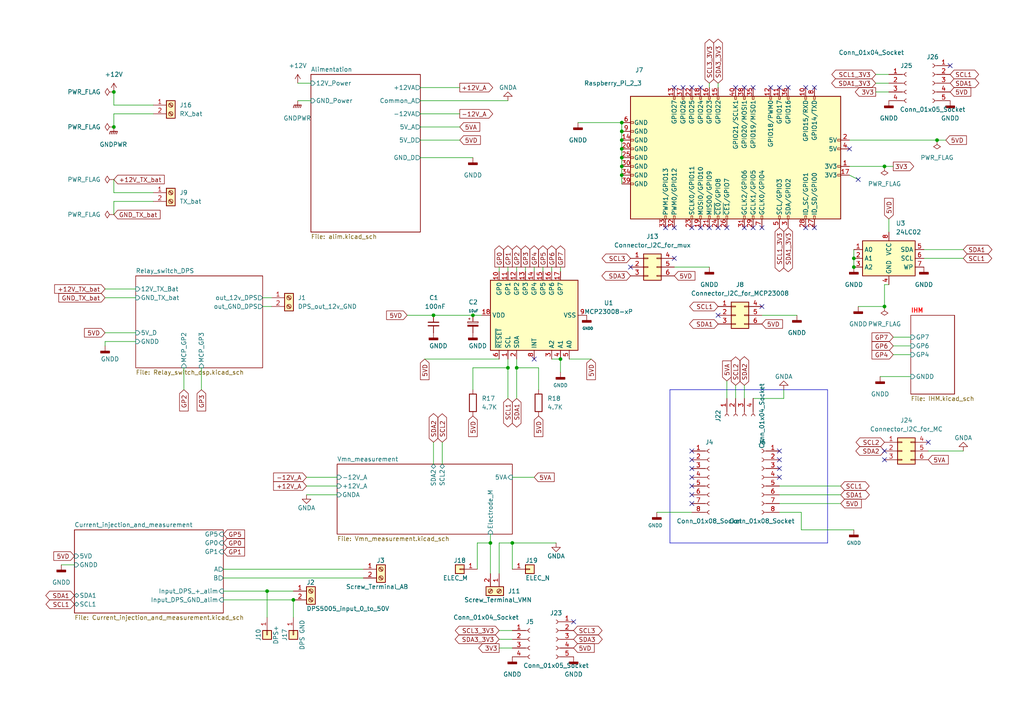
<source format=kicad_sch>
(kicad_sch (version 20230121) (generator eeschema)
  (paper "A4")
  (title_block (title "Ohmpi_measurement_board") (company "OhmPi team"))
  (lib_symbols
    (symbol "+12V_1" (power) (pin_names (offset 0))
      (property "Value" "+12V_1" (at 0 3.556 0))
      (symbol "+12V_1_1_1"
        (pin power_in line (at 0 0 90) (length 0) hide (name "+12V") (number "1"))
      )
    )
    (symbol "Connector:Conn_01x04_Socket" (pin_names (offset 1.016) hide)
      (property "Reference" "J" (at 0 5.08 0))
      (property "Value" "Conn_01x04_Socket" (at 0 -7.62 0))
      (symbol "Conn_01x04_Socket_1_1"
        (pin passive line (at -5.08 2.54 0) (length 3.81) (name "Pin_1") (number "1"))
        (pin passive line (at -5.08 0 0) (length 3.81) (name "Pin_2") (number "2"))
        (pin passive line (at -5.08 -2.54 0) (length 3.81) (name "Pin_3") (number "3"))
        (pin passive line (at -5.08 -5.08 0) (length 3.81) (name "Pin_4") (number "4"))
      )
    )
    (symbol "Connector:Conn_01x05_Socket" (pin_names (offset 1.016) hide)
      (property "Reference" "J" (at 0 7.62 0))
      (property "Value" "Conn_01x05_Socket" (at 0 -7.62 0))
      (symbol "Conn_01x05_Socket_1_1"
        (pin passive line (at -5.08 5.08 0) (length 3.81) (name "Pin_1") (number "1"))
        (pin passive line (at -5.08 2.54 0) (length 3.81) (name "Pin_2") (number "2"))
        (pin passive line (at -5.08 0 0) (length 3.81) (name "Pin_3") (number "3"))
        (pin passive line (at -5.08 -2.54 0) (length 3.81) (name "Pin_4") (number "4"))
        (pin passive line (at -5.08 -5.08 0) (length 3.81) (name "Pin_5") (number "5"))
      )
    )
    (symbol "Connector:Conn_01x08_Socket" (pin_names (offset 1.016) hide)
      (property "Reference" "J" (at 0 10.16 0))
      (property "Value" "Conn_01x08_Socket" (at 0 -12.7 0))
      (symbol "Conn_01x08_Socket_1_1"
        (pin passive line (at -5.08 7.62 0) (length 3.81) (name "Pin_1") (number "1"))
        (pin passive line (at -5.08 5.08 0) (length 3.81) (name "Pin_2") (number "2"))
        (pin passive line (at -5.08 2.54 0) (length 3.81) (name "Pin_3") (number "3"))
        (pin passive line (at -5.08 0 0) (length 3.81) (name "Pin_4") (number "4"))
        (pin passive line (at -5.08 -2.54 0) (length 3.81) (name "Pin_5") (number "5"))
        (pin passive line (at -5.08 -5.08 0) (length 3.81) (name "Pin_6") (number "6"))
        (pin passive line (at -5.08 -7.62 0) (length 3.81) (name "Pin_7") (number "7"))
        (pin passive line (at -5.08 -10.16 0) (length 3.81) (name "Pin_8") (number "8"))
      )
    )
    (symbol "Connector:Raspberry_Pi_2_3" (pin_names (offset 1.016))
      (property "Reference" "J" (at -17.78 31.75 0))
      (property "Value" "Raspberry_Pi_2_3" (at 10.16 -31.75 0))
      (symbol "Raspberry_Pi_2_3_1_1"
        (pin power_in line (at 2.54 33.02 270) (length 2.54) (name "3V3") (number "1"))
        (pin bidirectional line (at -20.32 20.32 0) (length 2.54) (name "GPIO15/RXD") (number "10"))
        (pin bidirectional line (at -20.32 12.7 0) (length 2.54) (name "GPIO17") (number "11"))
        (pin bidirectional line (at -20.32 10.16 0) (length 2.54) (name "GPIO18/PWM0") (number "12"))
        (pin bidirectional line (at -20.32 -17.78 0) (length 2.54) (name "GPIO27") (number "13"))
        (pin power_in line (at -5.08 -33.02 90) (length 2.54) (name "GND") (number "14"))
        (pin bidirectional line (at -20.32 -5.08 0) (length 2.54) (name "GPIO22") (number "15"))
        (pin bidirectional line (at -20.32 -7.62 0) (length 2.54) (name "GPIO23") (number "16"))
        (pin power_in line (at 5.08 33.02 270) (length 2.54) (name "3V3") (number "17"))
        (pin bidirectional line (at -20.32 -10.16 0) (length 2.54) (name "GPIO24") (number "18"))
        (pin bidirectional line (at 20.32 -10.16 180) (length 2.54) (name "MOSI0/GPIO10") (number "19"))
        (pin power_in line (at -5.08 33.02 270) (length 2.54) (name "5V") (number "2"))
        (pin power_in line (at -2.54 -33.02 90) (length 2.54) (name "GND") (number "20"))
        (pin bidirectional line (at 20.32 -7.62 180) (length 2.54) (name "MISO0/GPIO9") (number "21"))
        (pin bidirectional line (at -20.32 -12.7 0) (length 2.54) (name "GPIO25") (number "22"))
        (pin bidirectional line (at 20.32 -12.7 180) (length 2.54) (name "SCLK0/GPIO11") (number "23"))
        (pin bidirectional line (at 20.32 -5.08 180) (length 2.54) (name "~{CE0}/GPIO8") (number "24"))
        (pin power_in line (at 0 -33.02 90) (length 2.54) (name "GND") (number "25"))
        (pin bidirectional line (at 20.32 -2.54 180) (length 2.54) (name "~{CE1}/GPIO7") (number "26"))
        (pin bidirectional line (at 20.32 22.86 180) (length 2.54) (name "ID_SD/GPIO0") (number "27"))
        (pin bidirectional line (at 20.32 20.32 180) (length 2.54) (name "ID_SC/GPIO1") (number "28"))
        (pin bidirectional line (at 20.32 5.08 180) (length 2.54) (name "GCLK1/GPIO5") (number "29"))
        (pin bidirectional line (at 20.32 15.24 180) (length 2.54) (name "SDA/GPIO2") (number "3"))
        (pin power_in line (at 2.54 -33.02 90) (length 2.54) (name "GND") (number "30"))
        (pin bidirectional line (at 20.32 2.54 180) (length 2.54) (name "GCLK2/GPIO6") (number "31"))
        (pin bidirectional line (at 20.32 -17.78 180) (length 2.54) (name "PWM0/GPIO12") (number "32"))
        (pin bidirectional line (at 20.32 -20.32 180) (length 2.54) (name "PWM1/GPIO13") (number "33"))
        (pin power_in line (at 5.08 -33.02 90) (length 2.54) (name "GND") (number "34"))
        (pin bidirectional line (at -20.32 5.08 0) (length 2.54) (name "GPIO19/MISO1") (number "35"))
        (pin bidirectional line (at -20.32 15.24 0) (length 2.54) (name "GPIO16") (number "36"))
        (pin bidirectional line (at -20.32 -15.24 0) (length 2.54) (name "GPIO26") (number "37"))
        (pin bidirectional line (at -20.32 2.54 0) (length 2.54) (name "GPIO20/MOSI1") (number "38"))
        (pin power_in line (at 7.62 -33.02 90) (length 2.54) (name "GND") (number "39"))
        (pin power_in line (at -2.54 33.02 270) (length 2.54) (name "5V") (number "4"))
        (pin bidirectional line (at -20.32 0 0) (length 2.54) (name "GPIO21/SCLK1") (number "40"))
        (pin bidirectional line (at 20.32 12.7 180) (length 2.54) (name "SCL/GPIO3") (number "5"))
        (pin power_in line (at -10.16 -33.02 90) (length 2.54) (name "GND") (number "6"))
        (pin bidirectional line (at 20.32 7.62 180) (length 2.54) (name "GCLK0/GPIO4") (number "7"))
        (pin bidirectional line (at -20.32 22.86 0) (length 2.54) (name "GPIO14/TXD") (number "8"))
        (pin power_in line (at -7.62 -33.02 90) (length 2.54) (name "GND") (number "9"))
      )
    )
    (symbol "Connector:Screw_Terminal_01x02" (pin_names (offset 1.016) hide)
      (property "Reference" "J" (at 0 2.54 0))
      (property "Value" "Screw_Terminal_01x02" (at 0 -5.08 0))
      (symbol "Screw_Terminal_01x02_1_1"
        (pin passive line (at -5.08 0 0) (length 3.81) (name "Pin_1") (number "1"))
        (pin passive line (at -5.08 -2.54 0) (length 3.81) (name "Pin_2") (number "2"))
      )
    )
    (symbol "Connector_Generic:Conn_01x01" (pin_names (offset 1.016) hide)
      (property "Reference" "J" (at 0 2.54 0))
      (property "Value" "Conn_01x01" (at 0 -2.54 0))
      (symbol "Conn_01x01_1_1"
        (pin passive line (at -5.08 0 0) (length 3.81) (name "Pin_1") (number "1"))
      )
    )
    (symbol "Connector_Generic:Conn_02x03_Top_Bottom" (pin_names (offset 1.016) hide)
      (property "Reference" "J" (at 1.27 5.08 0))
      (property "Value" "Conn_02x03_Top_Bottom" (at 1.27 -5.08 0))
      (symbol "Conn_02x03_Top_Bottom_1_1"
        (pin passive line (at -5.08 2.54 0) (length 3.81) (name "Pin_1") (number "1"))
        (pin passive line (at -5.08 0 0) (length 3.81) (name "Pin_2") (number "2"))
        (pin passive line (at -5.08 -2.54 0) (length 3.81) (name "Pin_3") (number "3"))
        (pin passive line (at 7.62 2.54 180) (length 3.81) (name "Pin_4") (number "4"))
        (pin passive line (at 7.62 0 180) (length 3.81) (name "Pin_5") (number "5"))
        (pin passive line (at 7.62 -2.54 180) (length 3.81) (name "Pin_6") (number "6"))
      )
    )
    (symbol "Device:C_Polarized_Small" (pin_numbers hide) (pin_names (offset 0.254) hide)
      (property "Reference" "C" (at 0.254 1.778 0))
      (property "Value" "C_Polarized_Small" (at 0.254 -2.032 0))
      (symbol "C_Polarized_Small_1_1"
        (pin passive line (at 0 2.54 270) (length 1.8542) (name "~") (number "1"))
        (pin passive line (at 0 -2.54 90) (length 1.8542) (name "~") (number "2"))
      )
    )
    (symbol "Device:C_Small" (pin_numbers hide) (pin_names (offset 0.254) hide)
      (property "Reference" "C" (at 0.254 1.778 0))
      (property "Value" "C_Small" (at 0.254 -2.032 0))
      (symbol "C_Small_1_1"
        (pin passive line (at 0 2.54 270) (length 2.032) (name "~") (number "1"))
        (pin passive line (at 0 -2.54 90) (length 2.032) (name "~") (number "2"))
      )
    )
    (symbol "Device:R" (pin_numbers hide) (pin_names (offset 0))
      (property "Reference" "R" (at 2.032 0 90))
      (property "Value" "R" (at 0 0 90))
      (symbol "R_1_1"
        (pin passive line (at 0 3.81 270) (length 1.27) (name "~") (number "1"))
        (pin passive line (at 0 -3.81 90) (length 1.27) (name "~") (number "2"))
      )
    )
    (symbol "GNDA_1" (power) (pin_names (offset 0))
      (property "Value" "GNDA_1" (at 0 -3.81 0))
      (symbol "GNDA_1_1_1"
        (pin power_in line (at 0 0 270) (length 0) hide (name "GNDA") (number "1"))
      )
    )
    (symbol "GNDA_2" (power) (pin_names (offset 0))
      (property "Value" "GNDA_2" (at 0 -3.81 0))
      (symbol "GNDA_2_1_1"
        (pin power_in line (at 0 0 270) (length 0) hide (name "GNDA") (number "1"))
      )
    )
    (symbol "GNDA_3" (power) (pin_names (offset 0))
      (property "Value" "GNDA_3" (at 0 -3.81 0))
      (symbol "GNDA_3_1_1"
        (pin power_in line (at 0 0 270) (length 0) hide (name "GNDA") (number "1"))
      )
    )
    (symbol "GNDA_4" (power) (pin_names (offset 0))
      (property "Value" "GNDA_4" (at 0 -3.81 0))
      (symbol "GNDA_4_1_1"
        (pin power_in line (at 0 0 270) (length 0) hide (name "GNDA") (number "1"))
      )
    )
    (symbol "GNDD_1" (power) (pin_names (offset 0))
      (property "Value" "GNDD_1" (at 0 -3.175 0))
      (symbol "GNDD_1_1_1"
        (pin power_in line (at 0 0 270) (length 0) hide (name "GNDD") (number "1"))
      )
    )
    (symbol "GNDD_10" (power) (pin_names (offset 0))
      (property "Value" "GNDD_10" (at 0 -3.175 0))
      (symbol "GNDD_10_1_1"
        (pin power_in line (at 0 0 270) (length 0) hide (name "GNDD") (number "1"))
      )
    )
    (symbol "GNDD_2" (power) (pin_names (offset 0))
      (property "Value" "GNDD_2" (at 0 -3.175 0))
      (symbol "GNDD_2_1_1"
        (pin power_in line (at 0 0 270) (length 0) hide (name "GNDD") (number "1"))
      )
    )
    (symbol "GNDD_3" (power) (pin_names (offset 0))
      (property "Value" "GNDD_3" (at 0 -3.175 0))
      (symbol "GNDD_3_1_1"
        (pin power_in line (at 0 0 270) (length 0) hide (name "GNDD") (number "1"))
      )
    )
    (symbol "GNDD_4" (power) (pin_names (offset 0))
      (property "Value" "GNDD_4" (at 0 -3.175 0))
      (symbol "GNDD_4_1_1"
        (pin power_in line (at 0 0 270) (length 0) hide (name "GNDD") (number "1"))
      )
    )
    (symbol "GNDD_5" (power) (pin_names (offset 0))
      (property "Value" "GNDD_5" (at 0 -3.175 0))
      (symbol "GNDD_5_1_1"
        (pin power_in line (at 0 0 270) (length 0) hide (name "GNDD") (number "1"))
      )
    )
    (symbol "GNDD_6" (power) (pin_names (offset 0))
      (property "Value" "GNDD_6" (at 0 -3.175 0))
      (symbol "GNDD_6_1_1"
        (pin power_in line (at 0 0 270) (length 0) hide (name "GNDD") (number "1"))
      )
    )
    (symbol "GNDD_7" (power) (pin_names (offset 0))
      (property "Value" "GNDD_7" (at 0 -3.175 0))
      (symbol "GNDD_7_1_1"
        (pin power_in line (at 0 0 270) (length 0) hide (name "GNDD") (number "1"))
      )
    )
    (symbol "GNDD_8" (power) (pin_names (offset 0))
      (property "Value" "GNDD_8" (at 0 -3.175 0))
      (symbol "GNDD_8_1_1"
        (pin power_in line (at 0 0 270) (length 0) hide (name "GNDD") (number "1"))
      )
    )
    (symbol "GNDD_9" (power) (pin_names (offset 0))
      (property "Value" "GNDD_9" (at 0 -3.175 0))
      (symbol "GNDD_9_1_1"
        (pin power_in line (at 0 0 270) (length 0) hide (name "GNDD") (number "1"))
      )
    )
    (symbol "GNDPWR_1" (power) (pin_names (offset 0))
      (property "Value" "GNDPWR_1" (at 0 -3.302 0))
      (symbol "GNDPWR_1_1_1"
        (pin power_in line (at 0 0 270) (length 0) hide (name "GNDPWR") (number "1"))
      )
    )
    (symbol "Interface_Expansion:MCP23008-xP"
      (property "Reference" "U" (at -8.89 13.97 0))
      (property "Value" "MCP23008-xP" (at 8.89 13.97 0))
      (symbol "MCP23008-xP_1_1"
        (pin input line (at -12.7 7.62 0) (length 2.54) (name "SCL") (number "1"))
        (pin bidirectional line (at 12.7 10.16 180) (length 2.54) (name "GP0") (number "10"))
        (pin bidirectional line (at 12.7 7.62 180) (length 2.54) (name "GP1") (number "11"))
        (pin bidirectional line (at 12.7 5.08 180) (length 2.54) (name "GP2") (number "12"))
        (pin bidirectional line (at 12.7 2.54 180) (length 2.54) (name "GP3") (number "13"))
        (pin bidirectional line (at 12.7 0 180) (length 2.54) (name "GP4") (number "14"))
        (pin bidirectional line (at 12.7 -2.54 180) (length 2.54) (name "GP5") (number "15"))
        (pin bidirectional line (at 12.7 -5.08 180) (length 2.54) (name "GP6") (number "16"))
        (pin bidirectional line (at 12.7 -7.62 180) (length 2.54) (name "GP7") (number "17"))
        (pin power_in line (at 0 15.24 270) (length 2.54) (name "VDD") (number "18"))
        (pin bidirectional line (at -12.7 5.08 0) (length 2.54) (name "SDA") (number "2"))
        (pin input line (at -12.7 -5.08 0) (length 2.54) (name "A2") (number "3"))
        (pin input line (at -12.7 -7.62 0) (length 2.54) (name "A1") (number "4"))
        (pin input line (at -12.7 -10.16 0) (length 2.54) (name "A0") (number "5"))
        (pin input line (at -12.7 10.16 0) (length 2.54) (name "~{RESET}") (number "6"))
        (pin no_connect line (at -10.16 -2.54 0) (length 2.54) hide (name "NC") (number "7"))
        (pin output line (at -12.7 0 0) (length 2.54) (name "INT") (number "8"))
        (pin power_in line (at 0 -15.24 90) (length 2.54) (name "VSS") (number "9"))
      )
    )
    (symbol "Memory_EEPROM:24LC02"
      (property "Reference" "U" (at -6.35 6.35 0))
      (property "Value" "24LC02" (at 1.27 6.35 0))
      (symbol "24LC02_1_1"
        (pin input line (at -10.16 2.54 0) (length 2.54) (name "A0") (number "1"))
        (pin input line (at -10.16 0 0) (length 2.54) (name "A1") (number "2"))
        (pin input line (at -10.16 -2.54 0) (length 2.54) (name "A2") (number "3"))
        (pin power_in line (at 0 -7.62 90) (length 2.54) (name "GND") (number "4"))
        (pin bidirectional line (at 10.16 2.54 180) (length 2.54) (name "SDA") (number "5"))
        (pin input line (at 10.16 0 180) (length 2.54) (name "SCL") (number "6"))
        (pin input line (at 10.16 -2.54 180) (length 2.54) (name "WP") (number "7"))
        (pin power_in line (at 0 7.62 270) (length 2.54) (name "VCC") (number "8"))
      )
    )
    (symbol "PWR_FLAG_1" (power) (pin_numbers hide) (pin_names (offset 0) hide)
      (property "Value" "PWR_FLAG_1" (at 0 3.81 0))
      (symbol "PWR_FLAG_1_0_0"
        (pin power_out line (at 0 0 90) (length 0) (name "pwr") (number "1"))
      )
    )
    (symbol "PWR_FLAG_2" (power) (pin_numbers hide) (pin_names (offset 0) hide)
      (property "Value" "PWR_FLAG_2" (at 0 3.81 0))
      (symbol "PWR_FLAG_2_0_0"
        (pin power_out line (at 0 0 90) (length 0) (name "pwr") (number "1"))
      )
    )
    (symbol "power:+12V" (power) (pin_names (offset 0))
      (property "Value" "+12V" (at 0 3.556 0))
      (symbol "+12V_1_1"
        (pin power_in line (at 0 0 90) (length 0) hide (name "+12V") (number "1"))
      )
    )
    (symbol "power:GNDA" (power) (pin_names (offset 0))
      (property "Value" "GNDA" (at 0 -3.81 0))
      (symbol "GNDA_1_1"
        (pin power_in line (at 0 0 270) (length 0) hide (name "GNDA") (number "1"))
      )
    )
    (symbol "power:GNDD" (power) (pin_names (offset 0))
      (property "Value" "GNDD" (at 0 -3.175 0))
      (symbol "GNDD_1_1"
        (pin power_in line (at 0 0 270) (length 0) hide (name "GNDD") (number "1"))
      )
    )
    (symbol "power:GNDPWR" (power) (pin_names (offset 0))
      (property "Value" "GNDPWR" (at 0 -3.302 0))
      (symbol "GNDPWR_1_1"
        (pin power_in line (at 0 0 270) (length 0) hide (name "GNDPWR") (number "1"))
      )
    )
    (symbol "power:PWR_FLAG" (power) (pin_numbers hide) (pin_names (offset 0) hide)
      (property "Value" "PWR_FLAG" (at 0 3.81 0))
      (symbol "PWR_FLAG_0_0"
        (pin power_out line (at 0 0 90) (length 0) (name "pwr") (number "1"))
      )
    )
  )
  (junction (at 180.34 45.72))
  (junction (at 149.86 106.68))
  (junction (at 85.09 173.99))
  (junction (at 256.54 48.26))
  (junction (at 125.73 91.44))
  (junction (at 256.54 88.9))
  (junction (at 148.59 157.48))
  (junction (at 180.34 40.64))
  (junction (at 137.16 91.44))
  (junction (at 180.34 38.1))
  (junction (at 247.65 74.93))
  (junction (at 33.02 36.83))
  (junction (at 180.34 48.26))
  (junction (at 162.56 104.14))
  (junction (at 33.02 26.67))
  (junction (at 247.65 77.47))
  (junction (at 77.47 171.45))
  (junction (at 180.34 50.8))
  (junction (at 180.34 35.56))
  (junction (at 271.78 40.64))
  (junction (at 180.34 43.18))
  (junction (at 142.24 157.48))
  (junction (at 147.32 106.68))
  (no_connect (at 200.66 140.97))
  (no_connect (at 200.66 135.89))
  (no_connect (at 200.66 138.43))
  (no_connect (at 200.66 130.81))
  (no_connect (at 200.66 133.35))
  (no_connect (at 200.66 143.51))
  (no_connect (at 200.66 146.05))
  (no_connect (at 154.94 104.14))
  (no_connect (at 269.24 128.27))
  (no_connect (at 248.92 52.07))
  (no_connect (at 246.38 43.18))
  (no_connect (at 182.88 77.47))
  (no_connect (at 195.58 74.93))
  (no_connect (at 256.54 130.81))
  (no_connect (at 275.59 19.05))
  (no_connect (at 166.37 180.34))
  (no_connect (at 220.98 88.9))
  (no_connect (at 208.28 91.44))
  (no_connect (at 226.06 138.43))
  (no_connect (at 226.06 130.81))
  (no_connect (at 226.06 133.35))
  (no_connect (at 226.06 135.89))
  (no_connect (at 223.52 25.4))
  (no_connect (at 226.06 25.4))
  (no_connect (at 228.6 25.4))
  (no_connect (at 233.68 25.4))
  (no_connect (at 236.22 25.4))
  (no_connect (at 195.58 25.4))
  (no_connect (at 198.12 25.4))
  (no_connect (at 200.66 25.4))
  (no_connect (at 203.2 25.4))
  (no_connect (at 213.36 25.4))
  (no_connect (at 215.9 25.4))
  (no_connect (at 218.44 25.4))
  (no_connect (at 233.68 66.04))
  (no_connect (at 236.22 66.04))
  (no_connect (at 210.82 66.04))
  (no_connect (at 215.9 66.04))
  (no_connect (at 218.44 66.04))
  (no_connect (at 220.98 66.04))
  (no_connect (at 200.66 66.04))
  (no_connect (at 203.2 66.04))
  (no_connect (at 205.74 66.04))
  (no_connect (at 208.28 66.04))
  (no_connect (at 195.58 66.04))
  (no_connect (at 193.04 66.04))
  (no_connect (at 256.54 133.35))
  (wire (pts (xy 267.97 72.39) (xy 279.4 72.39)))
  (wire (pts (xy 138.43 157.48) (xy 138.43 165.1)))
  (wire (pts (xy 44.45 58.42) (xy 33.02 58.42)))
  (wire (pts (xy 208.28 24.13) (xy 208.28 25.4)))
  (wire (pts (xy 33.02 55.88) (xy 33.02 52.07)))
  (wire (pts (xy 121.92 40.64) (xy 133.35 40.64)))
  (wire (pts (xy 267.97 74.93) (xy 279.4 74.93)))
  (wire (pts (xy 148.59 157.48) (xy 144.78 157.48)))
  (wire (pts (xy 147.32 106.68) (xy 147.32 104.14)))
  (wire (pts (xy 33.02 58.42) (xy 33.02 62.23)))
  (wire (pts (xy 53.34 106.68) (xy 53.34 113.03)))
  (wire (pts (xy 44.45 30.48) (xy 33.02 30.48)))
  (polyline (pts (xy 194.31 157.48) (xy 240.03 157.48)))
  (wire (pts (xy 64.77 171.45) (xy 77.47 171.45)))
  (polyline (pts (xy 194.31 113.03) (xy 240.03 113.03)))
  (wire (pts (xy 30.48 99.06) (xy 30.48 100.33)))
  (wire (pts (xy 220.98 91.44) (xy 231.14 91.44)))
  (wire (pts (xy 247.65 74.93) (xy 247.65 77.47)))
  (wire (pts (xy 247.65 153.67) (xy 232.41 153.67)))
  (wire (pts (xy 144.78 77.47) (xy 144.78 78.74)))
  (wire (pts (xy 190.5 148.59) (xy 200.66 148.59)))
  (wire (pts (xy 180.34 50.8) (xy 180.34 53.34)))
  (wire (pts (xy 30.48 96.52) (xy 39.37 96.52)))
  (wire (pts (xy 226.06 146.05) (xy 243.84 146.05)))
  (wire (pts (xy 144.78 182.88) (xy 148.59 182.88)))
  (wire (pts (xy 33.02 30.48) (xy 33.02 26.67)))
  (wire (pts (xy 162.56 107.95) (xy 162.56 104.14)))
  (wire (pts (xy 274.32 40.64) (xy 271.78 40.64)))
  (wire (pts (xy 64.77 165.1) (xy 105.41 165.1)))
  (wire (pts (xy 121.92 36.83) (xy 133.35 36.83)))
  (wire (pts (xy 254 24.13) (xy 257.81 24.13)))
  (wire (pts (xy 86.36 24.13) (xy 90.17 24.13)))
  (wire (pts (xy 254 26.67) (xy 257.81 26.67)))
  (polyline (pts (xy 240.03 157.48) (xy 240.03 113.03)))
  (wire (pts (xy 156.21 113.03) (xy 156.21 106.68)))
  (wire (pts (xy 160.02 77.47) (xy 160.02 78.74)))
  (wire (pts (xy 147.32 77.47) (xy 147.32 78.74)))
  (wire (pts (xy 121.92 45.72) (xy 137.16 45.72)))
  (wire (pts (xy 77.47 171.45) (xy 77.47 179.07)))
  (wire (pts (xy 167.64 35.56) (xy 180.34 35.56)))
  (wire (pts (xy 256.54 88.9) (xy 248.92 88.9)))
  (wire (pts (xy 118.11 91.44) (xy 125.73 91.44)))
  (wire (pts (xy 247.65 72.39) (xy 247.65 74.93)))
  (wire (pts (xy 154.94 77.47) (xy 154.94 78.74)))
  (wire (pts (xy 39.37 99.06) (xy 30.48 99.06)))
  (wire (pts (xy 180.34 45.72) (xy 180.34 48.26)))
  (wire (pts (xy 137.16 106.68) (xy 147.32 106.68)))
  (wire (pts (xy 257.81 63.5) (xy 257.81 67.31)))
  (wire (pts (xy 30.48 86.36) (xy 39.37 86.36)))
  (wire (pts (xy 226.06 140.97) (xy 243.84 140.97)))
  (wire (pts (xy 144.78 187.96) (xy 148.59 187.96)))
  (wire (pts (xy 88.9 140.97) (xy 97.79 140.97)))
  (wire (pts (xy 157.48 77.47) (xy 157.48 78.74)))
  (wire (pts (xy 226.06 143.51) (xy 243.84 143.51)))
  (wire (pts (xy 85.09 173.99) (xy 85.09 179.07)))
  (wire (pts (xy 148.59 138.43) (xy 154.94 138.43)))
  (wire (pts (xy 30.48 83.82) (xy 39.37 83.82)))
  (wire (pts (xy 269.24 130.81) (xy 279.4 130.81)))
  (wire (pts (xy 128.27 128.27) (xy 128.27 134.62)))
  (wire (pts (xy 121.92 25.4) (xy 133.35 25.4)))
  (wire (pts (xy 256.54 88.9) (xy 256.54 82.55)))
  (wire (pts (xy 148.59 157.48) (xy 148.59 165.1)))
  (wire (pts (xy 88.9 138.43) (xy 97.79 138.43)))
  (wire (pts (xy 180.34 35.56) (xy 180.34 38.1)))
  (wire (pts (xy 125.73 128.27) (xy 125.73 134.62)))
  (wire (pts (xy 213.36 111.76) (xy 213.36 115.57)))
  (wire (pts (xy 123.19 104.14) (xy 144.78 104.14)))
  (wire (pts (xy 64.77 173.99) (xy 85.09 173.99)))
  (wire (pts (xy 218.44 115.57) (xy 227.33 115.57)))
  (wire (pts (xy 147.32 115.57) (xy 147.32 106.68)))
  (wire (pts (xy 256.54 82.55) (xy 257.81 82.55)))
  (wire (pts (xy 259.08 97.79) (xy 264.16 97.79)))
  (wire (pts (xy 121.92 29.21) (xy 147.32 29.21)))
  (wire (pts (xy 44.45 33.02) (xy 33.02 33.02)))
  (wire (pts (xy 180.34 38.1) (xy 180.34 40.64)))
  (wire (pts (xy 149.86 115.57) (xy 149.86 106.68)))
  (wire (pts (xy 259.08 100.33) (xy 264.16 100.33)))
  (wire (pts (xy 162.56 77.47) (xy 162.56 78.74)))
  (wire (pts (xy 76.2 88.9) (xy 78.74 88.9)))
  (wire (pts (xy 161.29 157.48) (xy 148.59 157.48)))
  (wire (pts (xy 64.77 167.64) (xy 105.41 167.64)))
  (wire (pts (xy 142.24 157.48) (xy 142.24 166.37)))
  (wire (pts (xy 137.16 113.03) (xy 137.16 106.68)))
  (wire (pts (xy 255.27 109.22) (xy 264.16 109.22)))
  (wire (pts (xy 259.08 102.87) (xy 264.16 102.87)))
  (wire (pts (xy 210.82 110.49) (xy 210.82 115.57)))
  (wire (pts (xy 180.34 43.18) (xy 180.34 45.72)))
  (wire (pts (xy 226.06 148.59) (xy 232.41 148.59)))
  (wire (pts (xy 246.38 48.26) (xy 256.54 48.26)))
  (wire (pts (xy 180.34 48.26) (xy 180.34 50.8)))
  (wire (pts (xy 44.45 55.88) (xy 33.02 55.88)))
  (wire (pts (xy 149.86 106.68) (xy 149.86 104.14)))
  (wire (pts (xy 86.36 29.21) (xy 90.17 29.21)))
  (wire (pts (xy 142.24 154.94) (xy 142.24 157.48)))
  (wire (pts (xy 77.47 171.45) (xy 85.09 171.45)))
  (wire (pts (xy 227.33 115.57) (xy 227.33 113.03)))
  (wire (pts (xy 144.78 157.48) (xy 144.78 166.37)))
  (wire (pts (xy 149.86 77.47) (xy 149.86 78.74)))
  (wire (pts (xy 137.16 91.44) (xy 139.7 91.44)))
  (wire (pts (xy 152.4 77.47) (xy 152.4 78.74)))
  (wire (pts (xy 165.1 104.14) (xy 171.45 104.14)))
  (wire (pts (xy 180.34 40.64) (xy 180.34 43.18)))
  (wire (pts (xy 17.78 163.83) (xy 21.59 163.83)))
  (wire (pts (xy 205.74 24.13) (xy 205.74 25.4)))
  (wire (pts (xy 125.73 91.44) (xy 137.16 91.44)))
  (wire (pts (xy 215.9 111.76) (xy 215.9 115.57)))
  (wire (pts (xy 160.02 104.14) (xy 162.56 104.14)))
  (wire (pts (xy 33.02 33.02) (xy 33.02 36.83)))
  (wire (pts (xy 254 21.59) (xy 257.81 21.59)))
  (wire (pts (xy 142.24 157.48) (xy 138.43 157.48)))
  (wire (pts (xy 121.92 33.02) (xy 133.35 33.02)))
  (wire (pts (xy 248.92 52.07) (xy 246.38 50.8)))
  (wire (pts (xy 144.78 185.42) (xy 148.59 185.42)))
  (wire (pts (xy 76.2 86.36) (xy 78.74 86.36)))
  (polyline (pts (xy 194.31 113.03) (xy 194.31 157.48)))
  (wire (pts (xy 271.78 40.64) (xy 246.38 40.64)))
  (wire (pts (xy 195.58 77.47) (xy 205.74 77.47)))
  (wire (pts (xy 232.41 153.67) (xy 232.41 148.59)))
  (wire (pts (xy 58.42 106.68) (xy 58.42 113.03)))
  (wire (pts (xy 88.9 143.51) (xy 97.79 143.51)))
  (wire (pts (xy 156.21 106.68) (xy 149.86 106.68)))
  (wire (pts (xy 256.54 48.26) (xy 259.08 48.26)))
  (global_label "GP7" (shape input) (at 259.08 97.79 180) (property "Intersheetrefs" "${INTERSHEET_REFS}" (effects hide)))
  (global_label "SCL1" (shape bidirectional) (at 21.59 175.26 180) (property "Intersheetrefs" "${INTERSHEET_REFS}" (effects hide)))
  (global_label "5VA" (shape input) (at 133.35 36.83 0) (property "Intersheetrefs" "${INTERSHEET_REFS}" (effects hide)))
  (global_label "SDA3_3V3" (shape bidirectional) (at 208.28 24.13 90) (property "Intersheetrefs" "${INTERSHEET_REFS}" (effects hide)))
  (global_label "5VA" (shape input) (at 210.82 110.49 90) (property "Intersheetrefs" "${INTERSHEET_REFS}" (effects hide)))
  (global_label "5VD" (shape input) (at 156.21 120.65 270) (property "Intersheetrefs" "${INTERSHEET_REFS}" (effects hide)))
  (global_label "GP4" (shape input) (at 259.08 102.87 180) (property "Intersheetrefs" "${INTERSHEET_REFS}" (effects hide)))
  (global_label "SDA1" (shape bidirectional) (at 149.86 115.57 270) (property "Intersheetrefs" "${INTERSHEET_REFS}" (effects hide)))
  (global_label "3V3" (shape output) (at 259.08 48.26 0) (property "Intersheetrefs" "${INTERSHEET_REFS}" (effects hide)))
  (global_label "SCL2" (shape bidirectional) (at 213.36 111.76 90) (property "Intersheetrefs" "${INTERSHEET_REFS}" (effects hide)))
  (global_label "GP3" (shape input) (at 58.42 113.03 270) (property "Intersheetrefs" "${INTERSHEET_REFS}" (effects hide)))
  (global_label "SDA3" (shape bidirectional) (at 166.37 185.42 0) (property "Intersheetrefs" "${INTERSHEET_REFS}" (effects hide)))
  (global_label "-12V_A" (shape output) (at 133.35 33.02 0) (property "Intersheetrefs" "${INTERSHEET_REFS}" (effects hide)))
  (global_label "SDA2" (shape bidirectional) (at 256.54 130.81 180) (property "Intersheetrefs" "${INTERSHEET_REFS}" (effects hide)))
  (global_label "GND_TX_bat" (shape input) (at 33.02 62.23 0) (property "Intersheetrefs" "${INTERSHEET_REFS}" (effects hide)))
  (global_label "SCL2" (shape bidirectional) (at 128.27 128.27 90) (property "Intersheetrefs" "${INTERSHEET_REFS}" (effects hide)))
  (global_label "5VD" (shape input) (at 166.37 187.96 0) (property "Intersheetrefs" "${INTERSHEET_REFS}" (effects hide)))
  (global_label "3V3" (shape output) (at 144.78 187.96 180) (property "Intersheetrefs" "${INTERSHEET_REFS}" (effects hide)))
  (global_label "SCL1" (shape bidirectional) (at 275.59 21.59 0) (property "Intersheetrefs" "${INTERSHEET_REFS}" (effects hide)))
  (global_label "SDA1" (shape bidirectional) (at 21.59 172.72 180) (property "Intersheetrefs" "${INTERSHEET_REFS}" (effects hide)))
  (global_label "SDA1_3V3" (shape bidirectional) (at 228.6 66.04 270) (property "Intersheetrefs" "${INTERSHEET_REFS}" (effects hide)))
  (global_label "SDA2" (shape bidirectional) (at 215.9 111.76 90) (property "Intersheetrefs" "${INTERSHEET_REFS}" (effects hide)))
  (global_label "5VD" (shape input) (at 274.32 40.64 0) (property "Intersheetrefs" "${INTERSHEET_REFS}" (effects hide)))
  (global_label "GND_TX_bat" (shape input) (at 30.48 86.36 180) (property "Intersheetrefs" "${INTERSHEET_REFS}" (effects hide)))
  (global_label "5VD" (shape input) (at 220.98 93.98 0) (property "Intersheetrefs" "${INTERSHEET_REFS}" (effects hide)))
  (global_label "GP3" (shape output) (at 152.4 77.47 90) (property "Intersheetrefs" "${INTERSHEET_REFS}" (effects hide)))
  (global_label "5VD" (shape input) (at 30.48 96.52 180) (property "Intersheetrefs" "${INTERSHEET_REFS}" (effects hide)))
  (global_label "5VD" (shape input) (at 137.16 120.65 270) (property "Intersheetrefs" "${INTERSHEET_REFS}" (effects hide)))
  (global_label "GP1" (shape input) (at 64.77 160.02 0) (property "Intersheetrefs" "${INTERSHEET_REFS}" (effects hide)))
  (global_label "GP5" (shape input) (at 64.77 154.94 0) (property "Intersheetrefs" "${INTERSHEET_REFS}" (effects hide)))
  (global_label "SCL3" (shape bidirectional) (at 166.37 182.88 0) (property "Intersheetrefs" "${INTERSHEET_REFS}" (effects hide)))
  (global_label "5VD" (shape input) (at 257.81 63.5 90) (property "Intersheetrefs" "${INTERSHEET_REFS}" (effects hide)))
  (global_label "+12V_TX_bat" (shape input) (at 33.02 52.07 0) (property "Intersheetrefs" "${INTERSHEET_REFS}" (effects hide)))
  (global_label "GP5" (shape output) (at 157.48 77.47 90) (property "Intersheetrefs" "${INTERSHEET_REFS}" (effects hide)))
  (global_label "5VD" (shape input) (at 243.84 146.05 0) (property "Intersheetrefs" "${INTERSHEET_REFS}" (effects hide)))
  (global_label "SCL1_3V3" (shape bidirectional) (at 226.06 66.04 270) (property "Intersheetrefs" "${INTERSHEET_REFS}" (effects hide)))
  (global_label "SCL1" (shape bidirectional) (at 208.28 88.9 180) (property "Intersheetrefs" "${INTERSHEET_REFS}" (effects hide)))
  (global_label "GP6" (shape input) (at 259.08 100.33 180) (property "Intersheetrefs" "${INTERSHEET_REFS}" (effects hide)))
  (global_label "GP2" (shape output) (at 149.86 77.47 90) (property "Intersheetrefs" "${INTERSHEET_REFS}" (effects hide)))
  (global_label "SCL2" (shape bidirectional) (at 256.54 128.27 180) (property "Intersheetrefs" "${INTERSHEET_REFS}" (effects hide)))
  (global_label "GP7" (shape output) (at 162.56 77.47 90) (property "Intersheetrefs" "${INTERSHEET_REFS}" (effects hide)))
  (global_label "5VD" (shape input) (at 171.45 104.14 270) (property "Intersheetrefs" "${INTERSHEET_REFS}" (effects hide)))
  (global_label "5VA" (shape input) (at 269.24 133.35 0) (property "Intersheetrefs" "${INTERSHEET_REFS}" (effects hide)))
  (global_label "SCL1_3V3" (shape bidirectional) (at 254 21.59 180) (property "Intersheetrefs" "${INTERSHEET_REFS}" (effects hide)))
  (global_label "5VD" (shape input) (at 275.59 26.67 0) (property "Intersheetrefs" "${INTERSHEET_REFS}" (effects hide)))
  (global_label "GP0" (shape input) (at 64.77 157.48 0) (property "Intersheetrefs" "${INTERSHEET_REFS}" (effects hide)))
  (global_label "GP0" (shape output) (at 144.78 77.47 90) (property "Intersheetrefs" "${INTERSHEET_REFS}" (effects hide)))
  (global_label "SDA3" (shape bidirectional) (at 182.88 80.01 180) (property "Intersheetrefs" "${INTERSHEET_REFS}" (effects hide)))
  (global_label "SCL3_3V3" (shape bidirectional) (at 205.74 24.13 90) (property "Intersheetrefs" "${INTERSHEET_REFS}" (effects hide)))
  (global_label "5VA" (shape input) (at 154.94 138.43 0) (property "Intersheetrefs" "${INTERSHEET_REFS}" (effects hide)))
  (global_label "5VD" (shape input) (at 123.19 104.14 270) (property "Intersheetrefs" "${INTERSHEET_REFS}" (effects hide)))
  (global_label "GP6" (shape output) (at 160.02 77.47 90) (property "Intersheetrefs" "${INTERSHEET_REFS}" (effects hide)))
  (global_label "SDA3_3V3" (shape bidirectional) (at 144.78 185.42 180) (property "Intersheetrefs" "${INTERSHEET_REFS}" (effects hide)))
  (global_label "SDA2" (shape bidirectional) (at 125.73 128.27 90) (property "Intersheetrefs" "${INTERSHEET_REFS}" (effects hide)))
  (global_label "SDA1" (shape bidirectional) (at 275.59 24.13 0) (property "Intersheetrefs" "${INTERSHEET_REFS}" (effects hide)))
  (global_label "5VD" (shape input) (at 133.35 40.64 0) (property "Intersheetrefs" "${INTERSHEET_REFS}" (effects hide)))
  (global_label "SCL1" (shape bidirectional) (at 243.84 140.97 0) (property "Intersheetrefs" "${INTERSHEET_REFS}" (effects hide)))
  (global_label "SDA1" (shape bidirectional) (at 208.28 93.98 180) (property "Intersheetrefs" "${INTERSHEET_REFS}" (effects hide)))
  (global_label "5VD" (shape input) (at 118.11 91.44 180) (property "Intersheetrefs" "${INTERSHEET_REFS}" (effects hide)))
  (global_label "+12V_A" (shape output) (at 133.35 25.4 0) (property "Intersheetrefs" "${INTERSHEET_REFS}" (effects hide)))
  (global_label "SDA1" (shape bidirectional) (at 243.84 143.51 0) (property "Intersheetrefs" "${INTERSHEET_REFS}" (effects hide)))
  (global_label "+12V_A" (shape input) (at 88.9 140.97 180) (property "Intersheetrefs" "${INTERSHEET_REFS}" (effects hide)))
  (global_label "SCL3_3V3" (shape bidirectional) (at 144.78 182.88 180) (property "Intersheetrefs" "${INTERSHEET_REFS}" (effects hide)))
  (global_label "GP4" (shape output) (at 154.94 77.47 90) (property "Intersheetrefs" "${INTERSHEET_REFS}" (effects hide)))
  (global_label "5VD" (shape input) (at 21.59 161.29 180) (property "Intersheetrefs" "${INTERSHEET_REFS}" (effects hide)))
  (global_label "3V3" (shape output) (at 254 26.67 180) (property "Intersheetrefs" "${INTERSHEET_REFS}" (effects hide)))
  (global_label "5VD" (shape input) (at 195.58 80.01 0) (property "Intersheetrefs" "${INTERSHEET_REFS}" (effects hide)))
  (global_label "-12V_A" (shape input) (at 88.9 138.43 180) (property "Intersheetrefs" "${INTERSHEET_REFS}" (effects hide)))
  (global_label "+12V_TX_bat" (shape input) (at 30.48 83.82 180) (property "Intersheetrefs" "${INTERSHEET_REFS}" (effects hide)))
  (global_label "SCL3" (shape bidirectional) (at 182.88 74.93 180) (property "Intersheetrefs" "${INTERSHEET_REFS}" (effects hide)))
  (global_label "SDA1" (shape bidirectional) (at 279.4 72.39 0) (property "Intersheetrefs" "${INTERSHEET_REFS}" (effects hide)))
  (global_label "SCL1" (shape bidirectional) (at 147.32 115.57 270) (property "Intersheetrefs" "${INTERSHEET_REFS}" (effects hide)))
  (global_label "GP2" (shape input) (at 53.34 113.03 270) (property "Intersheetrefs" "${INTERSHEET_REFS}" (effects hide)))
  (global_label "SDA1_3V3" (shape bidirectional) (at 254 24.13 180) (property "Intersheetrefs" "${INTERSHEET_REFS}" (effects hide)))
  (global_label "SCL1" (shape bidirectional) (at 279.4 74.93 0) (property "Intersheetrefs" "${INTERSHEET_REFS}" (effects hide)))
  (global_label "GP1" (shape output) (at 147.32 77.47 90) (property "Intersheetrefs" "${INTERSHEET_REFS}" (effects hide)))
  (symbol (lib_id "Connector:Screw_Terminal_01x02") (at 110.49 165.1 0) (unit 1)
    (property "Reference" "J3" (at 109.2199 162.56 0) (effects (justify left)))
    (property "Value" "Screw_Terminal_AB" (at 100.33 170.18 0) (effects (justify left)))
    (property "Footprint" "TerminalBlock_Phoenix:TerminalBlock_Phoenix_MKDS-1,5-2-5.08_1x02_P5.08mm_Horizontal" (effects hide))
    (property "Description" "Screw terminal connector" (effects hide))
  )
  (symbol (lib_name "GNDD_10") (lib_id "power:GNDD") (at 125.73 96.52 0) (unit 1)
    (property "Reference" "#PWR0104" (effects hide))
    (property "Value" "GNDD" (at 124.46 100.33 0) (effects (justify left)))
  )
  (symbol (lib_id "power:PWR_FLAG") (at 271.78 40.64 180) (unit 1)
    (property "Reference" "#FLG02" (effects hide))
    (property "Value" "PWR_FLAG" (at 271.78 45.72 0))
  )
  (symbol (lib_id "Connector_Generic:Conn_02x03_Top_Bottom") (at 261.62 130.81 0) (unit 1)
    (property "Reference" "J24" (at 262.89 121.92 0))
    (property "Value" "Connector_I2C_for_MC" (at 262.89 124.46 0))
    (property "Footprint" "Connector_IDC:IDC-Header_2x03_P2.54mm_Vertical" (effects hide))
    (property "Description" "Connector I2C for VMN module " (effects hide))
  )
  (symbol (lib_id "Device:C_Polarized_Small") (at 137.16 93.98 0) (unit 1)
    (property "Reference" "C2" (at 135.89 87.63 0) (effects (justify left)))
    (property "Value" "10uF" (at 135.89 90.17 0) (effects (font (size 0.75 0.75)) (justify left)))
    (property "Footprint" "Capacitor_THT:CP_Radial_D6.3mm_P2.50mm" (effects hide))
    (property "Description" "10 µF chemical capacitor (take care of the polarity)" (effects hide))
  )
  (symbol (lib_name "GNDD_4") (lib_id "power:GNDD") (at 167.64 35.56 0) (unit 1)
    (property "Reference" "#PWR0114" (effects hide))
    (property "Value" "GNDD" (at 167.64 40.64 0))
  )
  (symbol (lib_id "Device:R") (at 137.16 116.84 0) (unit 1)
    (property "Reference" "R17" (at 139.7 115.5699 0) (effects (justify left)))
    (property "Value" "4.7K" (at 139.7 118.1099 0) (effects (justify left)))
    (property "Footprint" "Resistor_THT:R_Axial_DIN0207_L6.3mm_D2.5mm_P7.62mm_Horizontal" (effects hide))
    (property "Description" "4.7 kohms resistor" (effects hide))
  )
  (symbol (lib_name "GNDD_5") (lib_id "power:GNDD") (at 231.14 91.44 0) (unit 1)
    (property "Reference" "#PWR0115" (effects hide))
    (property "Value" "GNDD" (at 231.14 96.52 0))
  )
  (symbol (lib_id "Connector:Conn_01x08_Socket") (at 205.74 138.43 0) (unit 1)
    (property "Reference" "J4" (at 205.74 128.27 0))
    (property "Value" "Conn_01x08_Socket" (at 205.74 151.13 0))
    (property "Footprint" "Connector_PinHeader_2.54mm:PinHeader_1x08_P2.54mm_Vertical" (effects hide))
    (property "Description" "I2C isolator click (bot)" (effects hide))
  )
  (symbol (lib_id "Connector:Conn_01x04_Socket") (at 153.67 185.42 0) (unit 1)
    (property "Reference" "J5" (at 153.67 180.34 0))
    (property "Value" "Conn_01x04_Socket" (at 140.97 179.07 0))
    (property "Footprint" "Connector_PinHeader_2.54mm:PinHeader_1x04_P2.54mm_Vertical" (effects hide))
    (property "Description" "I2C voltage level adaptator (right)" (effects hide))
  )
  (symbol (lib_name "GNDD_6") (lib_id "power:GNDD") (at 17.78 163.83 0) (unit 1)
    (property "Reference" "#PWR08" (effects hide))
    (property "Value" "GNDD" (at 17.78 168.91 0))
  )
  (symbol (lib_name "GNDA_2") (lib_id "power:GNDA") (at 279.4 130.81 180) (unit 1)
    (property "Reference" "#PWR0110" (effects hide))
    (property "Value" "GNDA" (at 279.4 127 0))
  )
  (symbol (lib_id "Connector_Generic:Conn_01x01") (at 85.09 184.15 270) (unit 1)
    (property "Reference" "J17" (at 82.55 184.15 0))
    (property "Value" "DPS GND" (at 87.63 184.15 0))
    (property "Footprint" "Connector_PinHeader_2.54mm:PinHeader_1x01_P2.54mm_Vertical" (effects hide))
    (property "Description" "Contact check" (effects hide))
  )
  (symbol (lib_id "Connector_Generic:Conn_02x03_Top_Bottom") (at 213.36 91.44 0) (unit 1)
    (property "Reference" "J8" (at 214.63 82.55 0))
    (property "Value" "Connector_I2C_for_MCP23008" (at 214.63 85.09 0))
    (property "Footprint" "Connector_IDC:IDC-Header_2x03_P2.54mm_Vertical" (effects hide))
    (property "Description" "Connector I2C for MCP23008" (effects hide))
  )
  (symbol (lib_id "power:GNDA") (at 88.9 143.51 0) (unit 1)
    (property "Reference" "#PWR0117" (effects hide))
    (property "Value" "GNDA" (at 88.9 147.32 0))
  )
  (symbol (lib_name "GNDD_6") (lib_id "power:GNDD") (at 205.74 77.47 0) (unit 1)
    (property "Reference" "#PWR015" (effects hide))
    (property "Value" "GNDD" (at 205.74 82.55 0))
  )
  (symbol (lib_name "GNDD_6") (lib_id "power:GNDD") (at 248.92 88.9 0) (unit 1)
    (property "Reference" "#PWR011" (effects hide))
    (property "Value" "GNDD" (at 248.92 93.98 0))
  )
  (symbol (lib_name "PWR_FLAG_2") (lib_id "power:PWR_FLAG") (at 33.02 62.23 90) (unit 1)
    (property "Reference" "#FLG0102" (effects hide))
    (property "Value" "PWR_FLAG" (at 29.21 62.2299 90) (effects (justify left)))
  )
  (symbol (lib_name "GNDD_6") (lib_id "power:GNDD") (at 267.97 77.47 0) (unit 1)
    (property "Reference" "#PWR012" (effects hide))
    (property "Value" "GNDD" (at 267.97 82.55 0))
  )
  (symbol (lib_id "Connector:Screw_Terminal_01x02") (at 49.53 55.88 0) (unit 1)
    (property "Reference" "J9" (at 52.07 55.8799 0) (effects (justify left)))
    (property "Value" "TX_bat" (at 52.07 58.4199 0) (effects (justify left)))
    (property "Footprint" "TerminalBlock_Phoenix:TerminalBlock_Phoenix_MKDS-1,5-2-5.08_1x02_P5.08mm_Horizontal" (effects hide))
    (property "Description" "Screw terminal connector" (effects hide))
  )
  (symbol (lib_id "Device:C_Small") (at 125.73 93.98 0) (unit 1)
    (property "Reference" "C1" (at 124.46 86.36 0) (effects (justify left)))
    (property "Value" "100nF" (at 123.19 88.9 0) (effects (justify left)))
    (property "Footprint" "Capacitor_THT:C_Disc_D8.0mm_W2.5mm_P5.00mm" (effects hide))
    (property "Description" "100 nF ceramic capacitor (no polarity)" (effects hide))
  )
  (symbol (lib_name "GNDA_1") (lib_id "power:GNDA") (at 161.29 157.48 0) (unit 1)
    (property "Reference" "#PWR0113" (effects hide))
    (property "Value" "GNDA" (at 161.29 161.29 0))
  )
  (symbol (lib_name "GNDA_4") (lib_id "power:GNDA") (at 147.32 29.21 180) (unit 1)
    (property "Reference" "#PWR0109" (effects hide))
    (property "Value" "GNDA" (at 147.32 25.4 0))
  )
  (symbol (lib_name "GNDD_8") (lib_id "power:GNDD") (at 170.18 91.44 0) (unit 1)
    (property "Reference" "#PWR0107" (effects hide))
    (property "Value" "GNDD" (at 168.91 95.25 0) (effects (font (size 0.75 0.75)) (justify left)))
  )
  (symbol (lib_id "power:GNDD") (at 137.16 96.52 0) (unit 1)
    (property "Reference" "#PWR0103" (effects hide))
    (property "Value" "GNDD" (at 135.89 100.33 0) (effects (justify left)))
  )
  (symbol (lib_name "GNDD_6") (lib_id "power:GNDD") (at 247.65 77.47 0) (unit 1)
    (property "Reference" "#PWR05" (effects hide))
    (property "Value" "GNDD" (at 247.65 82.55 0))
  )
  (symbol (lib_id "Connector:Screw_Terminal_01x02") (at 49.53 30.48 0) (unit 1)
    (property "Reference" "J16" (at 52.07 30.4799 0) (effects (justify left)))
    (property "Value" "RX_bat" (at 52.07 33.0199 0) (effects (justify left)))
    (property "Footprint" "TerminalBlock_Phoenix:TerminalBlock_Phoenix_MKDS-1,5-2-5.08_1x02_P5.08mm_Horizontal" (effects hide))
    (property "Description" "Screw terminal connector" (effects hide))
  )
  (symbol (lib_name "GNDD_1") (lib_id "power:GNDD") (at 190.5 148.59 0) (unit 1)
    (property "Reference" "#PWR027" (effects hide))
    (property "Value" "GNDD" (at 187.96 152.4 0) (effects (font (size 1 1)) (justify left)))
  )
  (symbol (lib_name "GNDD_7") (lib_id "power:GNDD") (at 247.65 153.67 0) (unit 1)
    (property "Reference" "#PWR0105" (effects hide))
    (property "Value" "GNDD" (at 247.65 157.48 0) (effects (font (size 1 1))))
  )
  (symbol (lib_name "GNDA_3") (lib_id "power:GNDA") (at 227.33 113.03 180) (unit 1)
    (property "Reference" "#PWR0106" (effects hide))
    (property "Value" "GNDA" (at 227.33 109.22 0))
  )
  (symbol (lib_id "Connector:Raspberry_Pi_2_3") (at 213.36 45.72 270) (unit 1)
    (property "Reference" "J7" (at 185.42 20.32 90))
    (property "Value" "Raspberry_Pi_2_3" (at 177.8 24.13 90))
    (property "Footprint" "Connector_PinSocket_2.54mm:PinSocket_2x20_P2.54mm_Vertical" (effects hide))
    (property "Datasheet" "https://www.raspberrypi.org/documentation/hardware/raspberrypi/schematics/rpi_SCH_3bplus_1p0_reduced.pdf" (effects hide))
    (property "Description" "Raspberry Pi 3 or 4 mounted on 2x20 socket " (effects hide))
  )
  (symbol (lib_id "power:PWR_FLAG") (at 256.54 88.9 180) (unit 1)
    (property "Reference" "#FLG05" (effects hide))
    (property "Value" "PWR_FLAG" (at 256.54 93.98 0))
  )
  (symbol (lib_id "power:PWR_FLAG") (at 33.02 26.67 90) (unit 1)
    (property "Reference" "#FLG0103" (effects hide))
    (property "Value" "PWR_FLAG" (at 29.21 26.6699 90) (effects (justify left)))
  )
  (symbol (lib_id "Connector:Screw_Terminal_01x02") (at 90.17 171.45 0) (unit 1)
    (property "Reference" "J2" (at 88.8999 168.91 0) (effects (justify left)))
    (property "Value" "DPS5005_input_0_to_50V" (at 88.9 176.53 0) (effects (justify left)))
    (property "Footprint" "TerminalBlock_Phoenix:TerminalBlock_Phoenix_MKDS-1,5-2-5.08_1x02_P5.08mm_Horizontal" (effects hide))
    (property "Description" "Screw terminal connector" (effects hide))
  )
  (symbol (lib_id "Memory_EEPROM:24LC02") (at 257.81 74.93 0) (unit 1)
    (property "Reference" "U3" (at 259.8294 64.77 0) (effects (justify left)))
    (property "Value" "24LC02" (at 259.8294 67.31 0) (effects (justify left)))
    (property "Footprint" "Package_DIP:DIP-8_W7.62mm" (effects hide))
    (property "Datasheet" "http://ww1.microchip.com/downloads/en/DeviceDoc/21709c.pdf" (effects hide))
    (property "Description" "Eeprom memory" (effects hide))
  )
  (symbol (lib_id "Interface_Expansion:MCP23008-xP") (at 154.94 91.44 90) (unit 1)
    (property "Reference" "U1" (at 176.53 87.8586 90))
    (property "Value" "MCP23008-xP" (at 176.53 90.3986 90))
    (property "Footprint" "Package_DIP:DIP-18_W7.62mm" (effects hide))
    (property "Datasheet" "http://ww1.microchip.com/downloads/en/DeviceDoc/MCP23008-MCP23S08-Data-Sheet-20001919F.pdf" (effects hide))
    (property "Description" "MCP23008 mounted on 2x9 DIP18 socket support" (effects hide))
  )
  (symbol (lib_name "GNDD_3") (lib_id "power:GNDD") (at 166.37 190.5 0) (unit 1)
    (property "Reference" "#PWR0112" (effects hide))
    (property "Value" "GNDD" (at 166.37 195.58 0))
  )
  (symbol (lib_id "Connector:Conn_01x04_Socket") (at 262.89 24.13 0) (unit 1)
    (property "Reference" "J25" (at 262.89 19.05 0))
    (property "Value" "Conn_01x04_Socket" (at 252.73 15.24 0))
    (property "Footprint" "Connector_PinHeader_2.54mm:PinHeader_1x04_P2.54mm_Vertical" (effects hide))
    (property "Description" "I2C voltage level adaptator (bot)" (effects hide))
  )
  (symbol (lib_name "GNDPWR_1") (lib_id "power:GNDPWR") (at 86.36 29.21 0) (unit 1)
    (property "Reference" "#PWR0102" (effects hide))
    (property "Value" "GNDPWR" (at 86.233 34.29 0))
  )
  (symbol (lib_id "power:PWR_FLAG") (at 33.02 36.83 90) (unit 1)
    (property "Reference" "#FLG0104" (effects hide))
    (property "Value" "PWR_FLAG" (at 29.21 36.8299 90) (effects (justify left)))
  )
  (symbol (lib_id "Connector_Generic:Conn_01x01") (at 153.67 165.1 0) (unit 1)
    (property "Reference" "J19" (at 152.4 162.56 0) (effects (justify left)))
    (property "Value" "ELEC_N" (at 152.4 167.64 0) (effects (justify left)))
    (property "Footprint" "Connector_PinHeader_2.54mm:PinHeader_1x01_P2.54mm_Vertical" (effects hide))
    (property "Description" "Contact check" (effects hide))
  )
  (symbol (lib_id "power:GNDPWR") (at 33.02 36.83 0) (unit 1)
    (property "Reference" "#PWR0119" (effects hide))
    (property "Value" "GNDPWR" (at 32.893 41.91 0))
  )
  (symbol (lib_id "Connector:Conn_01x05_Socket") (at 161.29 185.42 0) (mirror y) (unit 1)
    (property "Reference" "J23" (at 161.29 177.8 0))
    (property "Value" "Conn_01x05_Socket" (at 161.29 193.04 0))
    (property "Footprint" "Connector_PinHeader_2.54mm:PinHeader_1x05_P2.54mm_Vertical" (effects hide))
    (property "Description" "I2C voltage level adaptator (left)" (effects hide))
  )
  (symbol (lib_id "power:+12V") (at 33.02 26.67 0) (unit 1)
    (property "Reference" "#PWR0118" (effects hide))
    (property "Value" "+12V" (at 33.02 21.59 0))
  )
  (symbol (lib_id "Connector:Screw_Terminal_01x02") (at 144.78 171.45 270) (unit 1)
    (property "Reference" "J11" (at 147.32 171.45 90) (effects (justify left)))
    (property "Value" "Screw_Terminal_VMN" (at 134.62 173.99 90) (effects (justify left)))
    (property "Footprint" "TerminalBlock_Phoenix:TerminalBlock_Phoenix_MKDS-1,5-2-5.08_1x02_P5.08mm_Horizontal" (effects hide))
    (property "Description" "Screw terminal connector" (effects hide))
  )
  (symbol (lib_name "PWR_FLAG_1") (lib_id "power:PWR_FLAG") (at 33.02 52.07 90) (unit 1)
    (property "Reference" "#FLG0101" (effects hide))
    (property "Value" "PWR_FLAG" (at 29.21 52.07 90) (effects (justify left)))
  )
  (symbol (lib_name "GNDD_7") (lib_id "power:GNDD") (at 162.56 107.95 0) (unit 1)
    (property "Reference" "#PWR01" (effects hide))
    (property "Value" "GNDD" (at 162.56 111.76 0) (effects (font (size 1 1))))
  )
  (symbol (lib_name "GNDD_2") (lib_id "power:GNDD") (at 148.59 190.5 0) (unit 1)
    (property "Reference" "#PWR0111" (effects hide))
    (property "Value" "GNDD" (at 148.59 195.58 0))
  )
  (symbol (lib_name "GNDD_9") (lib_id "power:GNDD") (at 30.48 100.33 0) (unit 1)
    (property "Reference" "#PWR0108" (effects hide))
    (property "Value" "GNDD" (at 29.21 104.14 0) (effects (justify left)))
  )
  (symbol (lib_id "Connector:Conn_01x08_Socket") (at 220.98 138.43 0) (mirror y) (unit 1)
    (property "Reference" "J6" (at 220.98 128.27 0))
    (property "Value" "Conn_01x08_Socket" (at 220.98 151.13 0))
    (property "Footprint" "Connector_PinHeader_2.54mm:PinHeader_1x08_P2.54mm_Vertical" (effects hide))
    (property "Description" "I2C isolator click (top)" (effects hide))
  )
  (symbol (lib_name "GNDD_6") (lib_id "power:GNDD") (at 255.27 109.22 0) (unit 1)
    (property "Reference" "#PWR0116" (effects hide))
    (property "Value" "GNDD" (at 255.27 114.3 0))
  )
  (symbol (lib_id "Connector:Conn_01x04_Socket") (at 213.36 120.65 90) (mirror x) (unit 1)
    (property "Reference" "J22" (at 208.28 120.65 0))
    (property "Value" "Conn_01x04_Socket" (at 220.98 120.65 0))
    (property "Footprint" "Connector_PinHeader_2.54mm:PinHeader_1x04_P2.54mm_Vertical" (effects hide))
    (property "Description" "I2C isolator click (left)" (effects hide))
  )
  (symbol (lib_id "Connector:Screw_Terminal_01x02") (at 83.82 86.36 0) (unit 1)
    (property "Reference" "J1" (at 86.36 86.36 0) (effects (justify left)))
    (property "Value" "DPS_out_12v_GND" (at 86.36 88.9 0) (effects (justify left)))
    (property "Footprint" "TerminalBlock_Phoenix:TerminalBlock_Phoenix_MKDS-1,5-2-5.08_1x02_P5.08mm_Horizontal" (effects hide))
    (property "Description" "Screw terminal connector" (effects hide))
  )
  (symbol (lib_name "GNDD_6") (lib_id "power:GNDD") (at 275.59 29.21 0) (unit 1)
    (property "Reference" "#PWR09" (effects hide))
    (property "Value" "GNDD" (at 275.59 34.29 0))
  )
  (symbol (lib_name "GNDD_6") (lib_id "power:GNDD") (at 257.81 29.21 0) (unit 1)
    (property "Reference" "#PWR02" (effects hide))
    (property "Value" "GNDD" (at 257.81 34.29 0))
  )
  (symbol (lib_id "Connector_Generic:Conn_01x01") (at 133.35 165.1 180) (unit 1)
    (property "Reference" "J18" (at 133.35 162.56 0))
    (property "Value" "ELEC_M" (at 132.08 167.64 0))
    (property "Footprint" "Connector_PinHeader_2.54mm:PinHeader_1x01_P2.54mm_Vertical" (effects hide))
    (property "Description" "Contact check" (effects hide))
  )
  (symbol (lib_id "Connector_Generic:Conn_01x01") (at 77.47 184.15 270) (unit 1)
    (property "Reference" "J10" (at 74.93 184.15 0))
    (property "Value" "DPS+" (at 80.01 184.15 0))
    (property "Footprint" "Connector_PinHeader_2.54mm:PinHeader_1x01_P2.54mm_Vertical" (effects hide))
    (property "Description" "Contact check" (effects hide))
  )
  (symbol (lib_id "power:PWR_FLAG") (at 256.54 48.26 180) (unit 1)
    (property "Reference" "#FLG01" (effects hide))
    (property "Value" "PWR_FLAG" (at 256.54 53.34 0))
  )
  (symbol (lib_name "+12V_1") (lib_id "power:+12V") (at 86.36 24.13 0) (unit 1)
    (property "Reference" "#PWR0101" (effects hide))
    (property "Value" "+12V" (at 86.36 19.05 0))
  )
  (symbol (lib_name "GNDD_6") (lib_id "power:GNDD") (at 137.16 45.72 0) (unit 1)
    (property "Reference" "#PWR03" (effects hide))
    (property "Value" "GNDD" (at 137.16 50.8 0))
  )
  (symbol (lib_id "Connector:Conn_01x05_Socket") (at 270.51 24.13 0) (mirror y) (unit 1)
    (property "Reference" "J26" (at 270.51 16.51 0))
    (property "Value" "Conn_01x05_Socket" (at 270.51 31.75 0))
    (property "Footprint" "Connector_PinHeader_2.54mm:PinHeader_1x05_P2.54mm_Vertical" (effects hide))
    (property "Description" "I2C voltage level adaptator (top)" (effects hide))
  )
  (symbol (lib_id "Connector_Generic:Conn_02x03_Top_Bottom") (at 187.96 77.47 0) (unit 1)
    (property "Reference" "J13" (at 189.23 68.58 0))
    (property "Value" "Connector_I2C_for_mux" (at 189.23 71.12 0))
    (property "Footprint" "Connector_IDC:IDC-Header_2x03_P2.54mm_Vertical" (effects hide))
    (property "Description" "Connector I2C for MUX" (effects hide))
  )
  (symbol (lib_id "Device:R") (at 156.21 116.84 0) (unit 1)
    (property "Reference" "R18" (at 158.75 115.5699 0) (effects (justify left)))
    (property "Value" "4.7K" (at 158.75 118.1099 0) (effects (justify left)))
    (property "Footprint" "Resistor_THT:R_Axial_DIN0207_L6.3mm_D2.5mm_P7.62mm_Horizontal" (effects hide))
    (property "Description" "4.7 kohms resistor" (effects hide))
  )
  (sheet (at 21.59 153.67) (size 43.18 24.13) (stroke (width 0.1524))
    (property "Sheetname" "Current_injection_and_measurement" (at 21.59 152.9584 0) (effects (justify left bottom)))
    (property "Sheetfile" "Current_injection_and_measurement.kicad_sch" (at 21.59 178.3846 0) (effects (justify left top)))
    (pin "GP1" input (at 64.77 160.02 0))
    (pin "A" output (at 64.77 165.1 0))
    (pin "GNDD" input (at 21.59 163.83 180))
    (pin "B" output (at 64.77 167.64 0))
    (pin "GP0" input (at 64.77 157.48 0))
    (pin "5VD" input (at 21.59 161.29 180))
    (pin "SDA1" bidirectional (at 21.59 172.72 180))
    (pin "SCL1" bidirectional (at 21.59 175.26 180))
    (pin "Input_DPS_+_alim" input (at 64.77 171.45 0))
    (pin "Input_DPS_GND_alim" input (at 64.77 173.99 0))
    (pin "GP5" input (at 64.77 154.94 0))
  )
  (sheet (at 39.37 80.01) (size 36.83 26.67) (stroke (width 0.1524))
    (property "Sheetname" "Relay_switch_DPS" (at 39.37 79.2984 0) (effects (justify left bottom)))
    (property "Sheetfile" "Relay_switch_dsp.kicad_sch" (at 39.37 107.2646 0) (effects (justify left top)))
    (pin "MCP_GP3" input (at 58.42 106.68 270))
    (pin "MCP_GP2" input (at 53.34 106.68 270))
    (pin "5V_D" input (at 39.37 96.52 180))
    (pin "12V_TX_Bat" input (at 39.37 83.82 180))
    (pin "GND_TX_bat" input (at 39.37 86.36 180))
    (pin "GNDD" input (at 39.37 99.06 180))
    (pin "out_12v_DPS" output (at 76.2 86.36 0))
    (pin "out_GND_DPS" output (at 76.2 88.9 0))
  )
  (sheet (at 90.17 21.59) (size 31.75 45.72) (stroke (width 0.1524))
    (property "Sheetname" "Alimentation" (at 90.17 20.8784 0) (effects (justify left bottom)))
    (property "Sheetfile" "alim.kicad_sch" (at 90.17 67.8946 0) (effects (justify left top)))
    (pin "GND_Power" input (at 90.17 29.21 180))
    (pin "12V_Power" input (at 90.17 24.13 180))
    (pin "5V_A" output (at 121.92 36.83 0))
    (pin "-12VA" output (at 121.92 33.02 0))
    (pin "+12VA" output (at 121.92 25.4 0))
    (pin "Common_A" output (at 121.92 29.21 0))
    (pin "5V_D" output (at 121.92 40.64 0))
    (pin "GND_D" output (at 121.92 45.72 0))
  )
  (sheet (at 97.79 134.62) (size 50.8 20.32) (stroke (width 0.1524))
    (property "Sheetname" "Vmn_measurement" (at 97.79 133.9084 0) (effects (justify left bottom)))
    (property "Sheetfile" "Vmn_measurement.kicad_sch" (at 97.79 155.5246 0) (effects (justify left top)))
    (pin "-12V_A" input (at 97.79 138.43 180))
    (pin "+12V_A" input (at 97.79 140.97 180))
    (pin "Electrode_M" input (at 142.24 154.94 270))
    (pin "GNDA" input (at 97.79 143.51 180))
    (pin "5VA" input (at 148.59 138.43 0))
    (pin "SCL2" bidirectional (at 128.27 134.62 90))
    (pin "SDA2" bidirectional (at 125.73 134.62 90))
  )
  (sheet (at 264.16 91.44) (size 12.7 22.86) (stroke (width 0.1524))
    (property "Sheetname" "IHM" (at 264.16 90.7284 0) (effects (font bold) (justify left bottom)))
    (property "Sheetfile" "IHM.kicad_sch" (at 264.16 114.8846 0) (effects (justify left top)))
    (pin "GNDD" input (at 264.16 109.22 180))
    (pin "GP6" input (at 264.16 100.33 180))
    (pin "GP7" input (at 264.16 97.79 180))
    (pin "GP4" input (at 264.16 102.87 180))
  )
)
</source>
